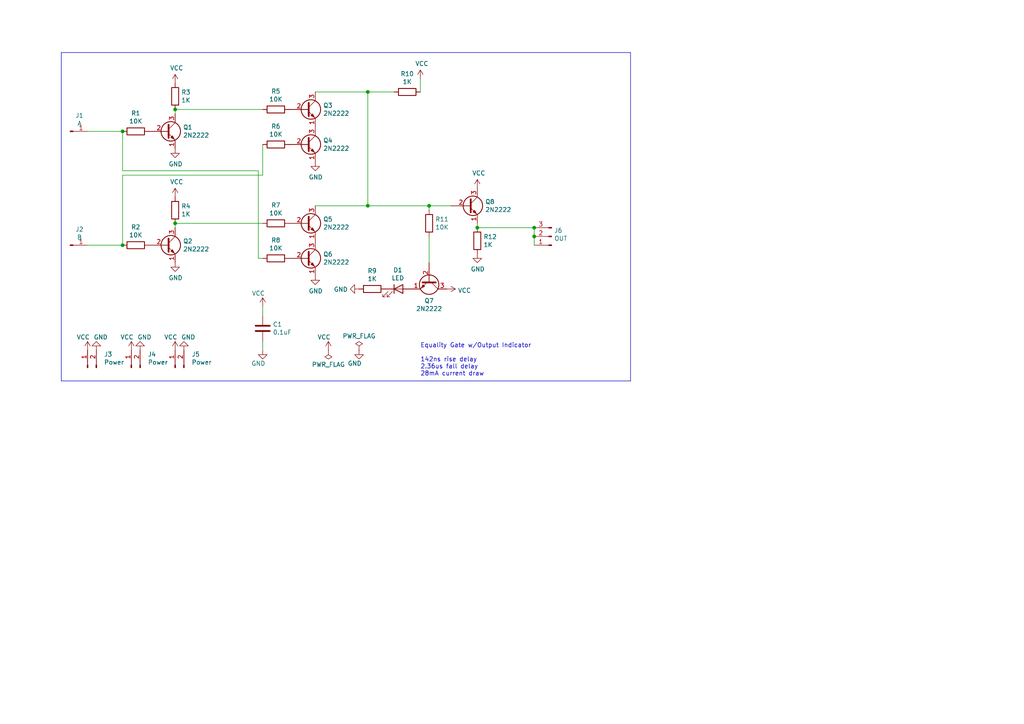
<source format=kicad_sch>
(kicad_sch (version 20230121) (generator eeschema)
  (paper "A4")
  (title_block (title "Transistor Equality Gate") (date "2020-01-12") (rev "1"))
  (lib_symbols
    (symbol "2n2222:2N2222" (pin_names (offset 0) hide)
      (property "Reference" "Q" (at 5.08 1.905 0))
      (property "Value" "2N2222" (at 5.08 0 0))
      (symbol "2N2222_0_1"
        (polyline (pts (xy 0.635 0.635) (xy 2.54 2.54)))
        (polyline (pts (xy 0.635 -0.635) (xy 2.54 -2.54) (xy 2.54 -2.54)))
        (polyline (pts (xy 0.635 1.905) (xy 0.635 -1.905) (xy 0.635 -1.905)) (stroke (width 0.508)))
        (polyline (pts (xy 1.27 -1.778) (xy 1.778 -1.27) (xy 2.286 -2.286) (xy 1.27 -1.778) (xy 1.27 -1.778)) (fill (type outline)))
        (circle (center 1.27 0) (radius 2.8194) (stroke (width 0.254)))
      )
      (symbol "2N2222_1_1"
        (pin passive line (at 2.54 -5.08 90) (length 2.54) (name "E") (number "1"))
        (pin passive line (at -5.08 0 0) (length 5.715) (name "B") (number "2"))
        (pin passive line (at 2.54 5.08 270) (length 2.54) (name "C") (number "3"))
      )
    )
    (symbol "Connector:Conn_01x01_Pin" (pin_names (offset 1.016) hide)
      (property "Reference" "J" (at 0 2.54 0))
      (property "Value" "Conn_01x01_Pin" (at 0 -2.54 0))
      (symbol "Conn_01x01_Pin_1_1"
        (polyline (pts (xy 1.27 0) (xy 0.8636 0)) (stroke (width 0.1524)))
        (rectangle (start 0.8636 0.127) (end 0 -0.127) (stroke (width 0.1524)) (fill (type outline)))
        (pin passive line (at 5.08 0 180) (length 3.81) (name "Pin_1") (number "1"))
      )
    )
    (symbol "Connector:Conn_01x02_Pin" (pin_names (offset 1.016) hide)
      (property "Reference" "J" (at 0 2.54 0))
      (property "Value" "Conn_01x02_Pin" (at 0 -5.08 0))
      (symbol "Conn_01x02_Pin_1_1"
        (polyline (pts (xy 1.27 -2.54) (xy 0.8636 -2.54)) (stroke (width 0.1524)))
        (polyline (pts (xy 1.27 0) (xy 0.8636 0)) (stroke (width 0.1524)))
        (rectangle (start 0.8636 -2.413) (end 0 -2.667) (stroke (width 0.1524)) (fill (type outline)))
        (rectangle (start 0.8636 0.127) (end 0 -0.127) (stroke (width 0.1524)) (fill (type outline)))
        (pin passive line (at 5.08 0 180) (length 3.81) (name "Pin_1") (number "1"))
        (pin passive line (at 5.08 -2.54 180) (length 3.81) (name "Pin_2") (number "2"))
      )
    )
    (symbol "Connector:Conn_01x03_Pin" (pin_names (offset 1.016) hide)
      (property "Reference" "J" (at 0 5.08 0))
      (property "Value" "Conn_01x03_Pin" (at 0 -5.08 0))
      (symbol "Conn_01x03_Pin_1_1"
        (polyline (pts (xy 1.27 -2.54) (xy 0.8636 -2.54)) (stroke (width 0.1524)))
        (polyline (pts (xy 1.27 0) (xy 0.8636 0)) (stroke (width 0.1524)))
        (polyline (pts (xy 1.27 2.54) (xy 0.8636 2.54)) (stroke (width 0.1524)))
        (rectangle (start 0.8636 -2.413) (end 0 -2.667) (stroke (width 0.1524)) (fill (type outline)))
        (rectangle (start 0.8636 0.127) (end 0 -0.127) (stroke (width 0.1524)) (fill (type outline)))
        (rectangle (start 0.8636 2.667) (end 0 2.413) (stroke (width 0.1524)) (fill (type outline)))
        (pin passive line (at 5.08 2.54 180) (length 3.81) (name "Pin_1") (number "1"))
        (pin passive line (at 5.08 0 180) (length 3.81) (name "Pin_2") (number "2"))
        (pin passive line (at 5.08 -2.54 180) (length 3.81) (name "Pin_3") (number "3"))
      )
    )
    (symbol "Device:C" (pin_numbers hide) (pin_names (offset 0.254))
      (property "Reference" "C" (at 0.635 2.54 0))
      (property "Value" "C" (at 0.635 -2.54 0))
      (symbol "C_0_1"
        (polyline (pts (xy -2.032 -0.762) (xy 2.032 -0.762)) (stroke (width 0.508)))
        (polyline (pts (xy -2.032 0.762) (xy 2.032 0.762)) (stroke (width 0.508)))
      )
      (symbol "C_1_1"
        (pin passive line (at 0 3.81 270) (length 2.794) (name "~") (number "1"))
        (pin passive line (at 0 -3.81 90) (length 2.794) (name "~") (number "2"))
      )
    )
    (symbol "Device:LED" (pin_numbers hide) (pin_names (offset 1.016) hide)
      (property "Reference" "D" (at 0 2.54 0))
      (property "Value" "LED" (at 0 -2.54 0))
      (symbol "LED_0_1"
        (polyline (pts (xy -1.27 -1.27) (xy -1.27 1.27)) (stroke (width 0.254)))
        (polyline (pts (xy -1.27 0) (xy 1.27 0)))
        (polyline (pts (xy 1.27 -1.27) (xy 1.27 1.27) (xy -1.27 0) (xy 1.27 -1.27)) (stroke (width 0.254)))
        (polyline (pts (xy -3.048 -0.762) (xy -4.572 -2.286) (xy -3.81 -2.286) (xy -4.572 -2.286) (xy -4.572 -1.524)))
        (polyline (pts (xy -1.778 -0.762) (xy -3.302 -2.286) (xy -2.54 -2.286) (xy -3.302 -2.286) (xy -3.302 -1.524)))
      )
      (symbol "LED_1_1"
        (pin passive line (at -3.81 0 0) (length 2.54) (name "K") (number "1"))
        (pin passive line (at 3.81 0 180) (length 2.54) (name "A") (number "2"))
      )
    )
    (symbol "Device:R" (pin_numbers hide) (pin_names (offset 0))
      (property "Reference" "R" (at 2.032 0 90))
      (property "Value" "R" (at 0 0 90))
      (symbol "R_0_1"
        (rectangle (start -1.016 -2.54) (end 1.016 2.54) (stroke (width 0.254)))
      )
      (symbol "R_1_1"
        (pin passive line (at 0 3.81 270) (length 1.27) (name "~") (number "1"))
        (pin passive line (at 0 -3.81 90) (length 1.27) (name "~") (number "2"))
      )
    )
    (symbol "power:GND" (power) (pin_names (offset 0))
      (property "Value" "GND" (at 0 -3.81 0))
      (symbol "GND_0_1"
        (polyline (pts (xy 0 0) (xy 0 -1.27) (xy 1.27 -1.27) (xy 0 -2.54) (xy -1.27 -1.27) (xy 0 -1.27)))
      )
      (symbol "GND_1_1"
        (pin power_in line (at 0 0 270) (length 0) hide (name "GND") (number "1"))
      )
    )
    (symbol "power:PWR_FLAG" (power) (pin_numbers hide) (pin_names (offset 0) hide)
      (property "Value" "PWR_FLAG" (at 0 3.81 0))
      (symbol "PWR_FLAG_0_0"
        (pin power_out line (at 0 0 90) (length 0) (name "pwr") (number "1"))
      )
      (symbol "PWR_FLAG_0_1"
        (polyline (pts (xy 0 0) (xy 0 1.27) (xy -1.016 1.905) (xy 0 2.54) (xy 1.016 1.905) (xy 0 1.27)))
      )
    )
    (symbol "power:VCC" (power) (pin_names (offset 0))
      (property "Value" "VCC" (at 0 3.81 0))
      (symbol "VCC_0_1"
        (polyline (pts (xy -0.762 1.27) (xy 0 2.54)))
        (polyline (pts (xy 0 0) (xy 0 2.54)))
        (polyline (pts (xy 0 2.54) (xy 0.762 1.27)))
      )
      (symbol "VCC_1_1"
        (pin power_in line (at 0 0 90) (length 0) hide (name "VCC") (number "1"))
      )
    )
  )
  (junction (at 106.68 59.69))
  (junction (at 138.43 66.04))
  (junction (at 50.8 64.77))
  (junction (at 124.46 59.69))
  (junction (at 154.94 68.58))
  (junction (at 35.56 38.1))
  (junction (at 50.8 31.75))
  (junction (at 35.56 71.12))
  (junction (at 154.94 66.04))
  (junction (at 106.68 26.67))
  (polyline (pts (xy 182.88 15.24) (xy 17.78 15.24)))
  (wire (pts (xy 25.4 71.12) (xy 35.56 71.12)))
  (wire (pts (xy 50.8 31.75) (xy 50.8 33.02)))
  (wire (pts (xy 76.2 101.6) (xy 76.2 99.06)))
  (wire (pts (xy 25.4 38.1) (xy 35.56 38.1)))
  (wire (pts (xy 121.92 26.67) (xy 121.92 22.86)))
  (wire (pts (xy 50.8 31.75) (xy 76.2 31.75)))
  (wire (pts (xy 74.93 74.93) (xy 76.2 74.93)))
  (polyline (pts (xy 17.78 110.49) (xy 182.88 110.49)))
  (wire (pts (xy 91.44 26.67) (xy 106.68 26.67)))
  (polyline (pts (xy 17.78 15.24) (xy 17.78 110.49)))
  (wire (pts (xy 138.43 66.04) (xy 154.94 66.04)))
  (wire (pts (xy 124.46 59.69) (xy 106.68 59.69)))
  (wire (pts (xy 124.46 59.69) (xy 130.81 59.69)))
  (wire (pts (xy 124.46 60.96) (xy 124.46 59.69)))
  (polyline (pts (xy 182.88 110.49) (xy 182.88 15.24)))
  (wire (pts (xy 76.2 91.44) (xy 76.2 88.9)))
  (wire (pts (xy 138.43 66.04) (xy 138.43 64.77)))
  (wire (pts (xy 154.94 66.04) (xy 154.94 68.58)))
  (wire (pts (xy 35.56 50.8) (xy 76.2 50.8)))
  (wire (pts (xy 106.68 26.67) (xy 106.68 59.69)))
  (wire (pts (xy 74.93 49.53) (xy 74.93 74.93)))
  (wire (pts (xy 76.2 50.8) (xy 76.2 41.91)))
  (wire (pts (xy 35.56 38.1) (xy 35.56 49.53)))
  (wire (pts (xy 50.8 64.77) (xy 50.8 66.04)))
  (wire (pts (xy 124.46 68.58) (xy 124.46 76.2)))
  (wire (pts (xy 154.94 71.12) (xy 154.94 68.58)))
  (wire (pts (xy 106.68 26.67) (xy 114.3 26.67)))
  (wire (pts (xy 91.44 59.69) (xy 106.68 59.69)))
  (wire (pts (xy 35.56 49.53) (xy 74.93 49.53)))
  (wire (pts (xy 76.2 64.77) (xy 50.8 64.77)))
  (wire (pts (xy 35.56 71.12) (xy 35.56 50.8)))
  (text "Equality Gate w/Output Indicator\n\n142ns rise delay\n2.36us fall delay\n28mA current draw" (at 121.92 109.22 0) (effects (font (size 1.27 1.27)) (justify left bottom)))
  (symbol (lib_id "Device:R") (at 50.8 27.94 0) (unit 1)
    (property "Reference" "R3" (at 52.578 26.7716 0) (effects (justify left)))
    (property "Value" "1K" (at 52.578 29.083 0) (effects (justify left)))
    (property "Footprint" "Resistor_THT:R_Axial_DIN0309_L9.0mm_D3.2mm_P12.70mm_Horizontal" (effects hide))
  )
  (symbol (lib_id "power:VCC") (at 50.8 24.13 0) (unit 1)
    (property "Reference" "#PWR05" (effects hide))
    (property "Value" "VCC" (at 51.2318 19.7358 0))
  )
  (symbol (lib_id "2n2222:2N2222") (at 48.26 38.1 0) (unit 1)
    (property "Reference" "Q1" (at 53.086 36.9316 0) (effects (justify left)))
    (property "Value" "2N2222" (at 53.086 39.243 0) (effects (justify left)))
    (property "Footprint" "Package_TO_SOT_THT:TO-92_Inline" (effects hide))
    (property "Datasheet" "https://www.fairchildsemi.com/datasheets/2N/2N3904.pdf" (effects hide))
  )
  (symbol (lib_id "power:GND") (at 50.8 43.18 0) (unit 1)
    (property "Reference" "#PWR06" (effects hide))
    (property "Value" "GND" (at 50.927 47.5742 0))
  )
  (symbol (lib_id "Device:R") (at 39.37 38.1 270) (unit 1)
    (property "Reference" "R1" (at 39.37 32.8422 90))
    (property "Value" "10K" (at 39.37 35.1536 90))
    (property "Footprint" "Resistor_THT:R_Axial_DIN0309_L9.0mm_D3.2mm_P12.70mm_Horizontal" (effects hide))
  )
  (symbol (lib_id "power:VCC") (at 50.8 57.15 0) (unit 1)
    (property "Reference" "#PWR07" (effects hide))
    (property "Value" "VCC" (at 51.2318 52.7558 0))
  )
  (symbol (lib_id "Device:R") (at 50.8 60.96 0) (unit 1)
    (property "Reference" "R4" (at 52.578 59.7916 0) (effects (justify left)))
    (property "Value" "1K" (at 52.578 62.103 0) (effects (justify left)))
    (property "Footprint" "Resistor_THT:R_Axial_DIN0309_L9.0mm_D3.2mm_P12.70mm_Horizontal" (effects hide))
  )
  (symbol (lib_id "2n2222:2N2222") (at 48.26 71.12 0) (unit 1)
    (property "Reference" "Q2" (at 53.086 69.9516 0) (effects (justify left)))
    (property "Value" "2N2222" (at 53.086 72.263 0) (effects (justify left)))
    (property "Footprint" "Package_TO_SOT_THT:TO-92_Inline" (effects hide))
    (property "Datasheet" "https://www.fairchildsemi.com/datasheets/2N/2N3904.pdf" (effects hide))
  )
  (symbol (lib_id "Device:R") (at 39.37 71.12 270) (unit 1)
    (property "Reference" "R2" (at 39.37 65.8622 90))
    (property "Value" "10K" (at 39.37 68.1736 90))
    (property "Footprint" "Resistor_THT:R_Axial_DIN0309_L9.0mm_D3.2mm_P12.70mm_Horizontal" (effects hide))
  )
  (symbol (lib_id "power:GND") (at 50.8 76.2 0) (unit 1)
    (property "Reference" "#PWR08" (effects hide))
    (property "Value" "GND" (at 50.927 80.5942 0))
  )
  (symbol (lib_id "Connector:Conn_01x01_Pin") (at 20.32 38.1 0) (unit 1)
    (property "Reference" "J1" (at 23.0632 33.5026 0))
    (property "Value" "A" (at 23.0632 35.814 0))
    (property "Footprint" "Connector_PinHeader_2.54mm:PinHeader_1x01_P2.54mm_Vertical" (effects hide))
  )
  (symbol (lib_id "Connector:Conn_01x01_Pin") (at 20.32 71.12 0) (unit 1)
    (property "Reference" "J2" (at 23.0632 66.5226 0))
    (property "Value" "B" (at 23.0632 68.834 0))
    (property "Footprint" "Connector_PinHeader_2.54mm:PinHeader_1x01_P2.54mm_Vertical" (effects hide))
  )
  (symbol (lib_id "Device:R") (at 80.01 31.75 270) (unit 1)
    (property "Reference" "R5" (at 80.01 26.4922 90))
    (property "Value" "10K" (at 80.01 28.8036 90))
    (property "Footprint" "Resistor_THT:R_Axial_DIN0309_L9.0mm_D3.2mm_P12.70mm_Horizontal" (effects hide))
  )
  (symbol (lib_id "Device:R") (at 80.01 64.77 270) (unit 1)
    (property "Reference" "R7" (at 80.01 59.5122 90))
    (property "Value" "10K" (at 80.01 61.8236 90))
    (property "Footprint" "Resistor_THT:R_Axial_DIN0309_L9.0mm_D3.2mm_P12.70mm_Horizontal" (effects hide))
  )
  (symbol (lib_id "2n2222:2N2222") (at 88.9 31.75 0) (unit 1)
    (property "Reference" "Q3" (at 93.726 30.5816 0) (effects (justify left)))
    (property "Value" "2N2222" (at 93.726 32.893 0) (effects (justify left)))
    (property "Footprint" "Package_TO_SOT_THT:TO-92_Inline" (effects hide))
    (property "Datasheet" "https://www.fairchildsemi.com/datasheets/2N/2N3904.pdf" (effects hide))
  )
  (symbol (lib_id "2n2222:2N2222") (at 88.9 41.91 0) (unit 1)
    (property "Reference" "Q4" (at 93.726 40.7416 0) (effects (justify left)))
    (property "Value" "2N2222" (at 93.726 43.053 0) (effects (justify left)))
    (property "Footprint" "Package_TO_SOT_THT:TO-92_Inline" (effects hide))
    (property "Datasheet" "https://www.fairchildsemi.com/datasheets/2N/2N3904.pdf" (effects hide))
  )
  (symbol (lib_id "Device:R") (at 80.01 41.91 270) (unit 1)
    (property "Reference" "R6" (at 80.01 36.6522 90))
    (property "Value" "10K" (at 80.01 38.9636 90))
    (property "Footprint" "Resistor_THT:R_Axial_DIN0309_L9.0mm_D3.2mm_P12.70mm_Horizontal" (effects hide))
  )
  (symbol (lib_id "2n2222:2N2222") (at 88.9 64.77 0) (unit 1)
    (property "Reference" "Q5" (at 93.726 63.6016 0) (effects (justify left)))
    (property "Value" "2N2222" (at 93.726 65.913 0) (effects (justify left)))
    (property "Footprint" "Package_TO_SOT_THT:TO-92_Inline" (effects hide))
    (property "Datasheet" "https://www.fairchildsemi.com/datasheets/2N/2N3904.pdf" (effects hide))
  )
  (symbol (lib_id "2n2222:2N2222") (at 88.9 74.93 0) (unit 1)
    (property "Reference" "Q6" (at 93.726 73.7616 0) (effects (justify left)))
    (property "Value" "2N2222" (at 93.726 76.073 0) (effects (justify left)))
    (property "Footprint" "Package_TO_SOT_THT:TO-92_Inline" (effects hide))
    (property "Datasheet" "https://www.fairchildsemi.com/datasheets/2N/2N3904.pdf" (effects hide))
  )
  (symbol (lib_id "Device:R") (at 80.01 74.93 270) (unit 1)
    (property "Reference" "R8" (at 80.01 69.6722 90))
    (property "Value" "10K" (at 80.01 71.9836 90))
    (property "Footprint" "Resistor_THT:R_Axial_DIN0309_L9.0mm_D3.2mm_P12.70mm_Horizontal" (effects hide))
  )
  (symbol (lib_id "power:GND") (at 91.44 46.99 0) (unit 1)
    (property "Reference" "#PWR013" (effects hide))
    (property "Value" "GND" (at 91.567 51.3842 0))
  )
  (symbol (lib_id "power:GND") (at 91.44 80.01 0) (unit 1)
    (property "Reference" "#PWR014" (effects hide))
    (property "Value" "GND" (at 91.567 84.4042 0))
  )
  (symbol (lib_id "Device:R") (at 118.11 26.67 270) (unit 1)
    (property "Reference" "R10" (at 118.11 21.4122 90))
    (property "Value" "1K" (at 118.11 23.7236 90))
    (property "Footprint" "Resistor_THT:R_Axial_DIN0309_L9.0mm_D3.2mm_P12.70mm_Horizontal" (effects hide))
  )
  (symbol (lib_id "power:VCC") (at 121.92 22.86 0) (unit 1)
    (property "Reference" "#PWR016" (effects hide))
    (property "Value" "VCC" (at 122.3518 18.4658 0))
  )
  (symbol (lib_id "Device:R") (at 124.46 64.77 180) (unit 1)
    (property "Reference" "R11" (at 126.238 63.6016 0) (effects (justify right)))
    (property "Value" "10K" (at 126.238 65.913 0) (effects (justify right)))
    (property "Footprint" "Resistor_THT:R_Axial_DIN0309_L9.0mm_D3.2mm_P12.70mm_Horizontal" (effects hide))
  )
  (symbol (lib_id "2n2222:2N2222") (at 135.89 59.69 0) (unit 1)
    (property "Reference" "Q8" (at 140.716 58.5216 0) (effects (justify left)))
    (property "Value" "2N2222" (at 140.716 60.833 0) (effects (justify left)))
    (property "Footprint" "Package_TO_SOT_THT:TO-92_Inline" (effects hide))
    (property "Datasheet" "https://www.fairchildsemi.com/datasheets/2N/2N3904.pdf" (effects hide))
  )
  (symbol (lib_id "power:VCC") (at 138.43 54.61 0) (unit 1)
    (property "Reference" "#PWR018" (effects hide))
    (property "Value" "VCC" (at 138.8618 50.2158 0))
  )
  (symbol (lib_id "Device:R") (at 138.43 69.85 180) (unit 1)
    (property "Reference" "R12" (at 140.208 68.6816 0) (effects (justify right)))
    (property "Value" "1K" (at 140.208 70.993 0) (effects (justify right)))
    (property "Footprint" "Resistor_THT:R_Axial_DIN0309_L9.0mm_D3.2mm_P12.70mm_Horizontal" (effects hide))
  )
  (symbol (lib_id "power:GND") (at 138.43 73.66 0) (unit 1)
    (property "Reference" "#PWR019" (effects hide))
    (property "Value" "GND" (at 138.557 78.0542 0))
  )
  (symbol (lib_id "Connector:Conn_01x03_Pin") (at 160.02 68.58 180) (unit 1)
    (property "Reference" "J6" (at 160.7312 66.8528 0) (effects (justify right)))
    (property "Value" "OUT" (at 160.7312 69.1642 0) (effects (justify right)))
    (property "Footprint" "Connector_PinHeader_2.54mm:PinHeader_1x03_P2.54mm_Vertical" (effects hide))
  )
  (symbol (lib_id "2n2222:2N2222") (at 124.46 81.28 270) (unit 1)
    (property "Reference" "Q7" (at 124.46 87.249 90))
    (property "Value" "2N2222" (at 124.46 89.5604 90))
    (property "Footprint" "Package_TO_SOT_THT:TO-92_Inline" (effects hide))
    (property "Datasheet" "https://www.fairchildsemi.com/datasheets/2N/2N3904.pdf" (effects hide))
  )
  (symbol (lib_id "power:VCC") (at 129.54 83.82 270) (unit 1)
    (property "Reference" "#PWR017" (effects hide))
    (property "Value" "VCC" (at 132.7912 84.2518 90) (effects (justify left)))
  )
  (symbol (lib_id "Device:LED") (at 115.57 83.82 0) (unit 1)
    (property "Reference" "D1" (at 115.3922 78.3336 0))
    (property "Value" "LED" (at 115.3922 80.645 0))
    (property "Footprint" "LED_THT:LED_D5.0mm" (effects hide))
  )
  (symbol (lib_id "Device:R") (at 107.95 83.82 270) (unit 1)
    (property "Reference" "R9" (at 107.95 78.5622 90))
    (property "Value" "1K" (at 107.95 80.8736 90))
    (property "Footprint" "Resistor_THT:R_Axial_DIN0309_L9.0mm_D3.2mm_P12.70mm_Horizontal" (effects hide))
  )
  (symbol (lib_id "power:GND") (at 104.14 83.82 270) (unit 1)
    (property "Reference" "#PWR015" (effects hide))
    (property "Value" "GND" (at 100.8888 83.947 90) (effects (justify right)))
  )
  (symbol (lib_id "power:GND") (at 27.94 101.6 180) (unit 1)
    (property "Reference" "#PWR02" (effects hide))
    (property "Value" "GND" (at 29.21 97.79 0))
  )
  (symbol (lib_id "power:VCC") (at 25.4 101.6 0) (unit 1)
    (property "Reference" "#PWR01" (effects hide))
    (property "Value" "VCC" (at 24.13 97.79 0))
  )
  (symbol (lib_id "Connector:Conn_01x02_Pin") (at 25.4 106.68 90) (unit 1)
    (property "Reference" "J3" (at 30.1752 102.7684 90) (effects (justify right)))
    (property "Value" "Power" (at 30.1752 105.0798 90) (effects (justify right)))
    (property "Footprint" "Connector_PinHeader_2.54mm:PinHeader_1x02_P2.54mm_Vertical" (effects hide))
  )
  (symbol (lib_id "Connector:Conn_01x02_Pin") (at 38.1 106.68 90) (unit 1)
    (property "Reference" "J4" (at 42.8752 102.7684 90) (effects (justify right)))
    (property "Value" "Power" (at 42.8752 105.0798 90) (effects (justify right)))
    (property "Footprint" "Connector_PinHeader_2.54mm:PinHeader_1x02_P2.54mm_Vertical" (effects hide))
  )
  (symbol (lib_id "Connector:Conn_01x02_Pin") (at 50.8 106.68 90) (unit 1)
    (property "Reference" "J5" (at 55.5752 102.7684 90) (effects (justify right)))
    (property "Value" "Power" (at 55.5752 105.0798 90) (effects (justify right)))
    (property "Footprint" "Connector_PinHeader_2.54mm:PinHeader_1x02_P2.54mm_Vertical" (effects hide))
  )
  (symbol (lib_id "power:VCC") (at 38.1 101.6 0) (unit 1)
    (property "Reference" "#PWR03" (effects hide))
    (property "Value" "VCC" (at 36.83 97.79 0))
  )
  (symbol (lib_id "power:GND") (at 40.64 101.6 180) (unit 1)
    (property "Reference" "#PWR04" (effects hide))
    (property "Value" "GND" (at 41.91 97.79 0))
  )
  (symbol (lib_id "power:GND") (at 53.34 101.6 180) (unit 1)
    (property "Reference" "#PWR010" (effects hide))
    (property "Value" "GND" (at 54.61 97.79 0))
  )
  (symbol (lib_id "power:VCC") (at 50.8 101.6 0) (unit 1)
    (property "Reference" "#PWR09" (effects hide))
    (property "Value" "VCC" (at 49.53 97.79 0))
  )
  (symbol (lib_id "power:VCC") (at 76.2 88.9 0) (unit 1)
    (property "Reference" "#PWR011" (effects hide))
    (property "Value" "VCC" (at 74.93 85.09 0))
  )
  (symbol (lib_id "power:GND") (at 76.2 101.6 0) (unit 1)
    (property "Reference" "#PWR012" (effects hide))
    (property "Value" "GND" (at 74.93 105.41 0))
  )
  (symbol (lib_id "Device:C") (at 76.2 95.25 0) (unit 1)
    (property "Reference" "C1" (at 79.121 94.0816 0) (effects (justify left)))
    (property "Value" "0.1uF" (at 79.121 96.393 0) (effects (justify left)))
    (property "Footprint" "Capacitor_THT:C_Disc_D4.3mm_W1.9mm_P5.00mm" (effects hide))
  )
  (symbol (lib_id "power:PWR_FLAG") (at 95.25 101.6 180) (unit 1)
    (property "Reference" "#FLG01" (effects hide))
    (property "Value" "PWR_FLAG" (at 95.25 105.7331 0))
  )
  (symbol (lib_id "power:VCC") (at 95.25 101.6 0) (unit 1)
    (property "Reference" "#PWR020" (effects hide))
    (property "Value" "VCC" (at 93.98 97.79 0))
  )
  (symbol (lib_id "power:GND") (at 104.14 101.6 0) (unit 1)
    (property "Reference" "#PWR021" (effects hide))
    (property "Value" "GND" (at 102.87 105.41 0))
  )
  (symbol (lib_id "power:PWR_FLAG") (at 104.14 101.6 0) (unit 1)
    (property "Reference" "#FLG02" (effects hide))
    (property "Value" "PWR_FLAG" (at 104.14 97.4669 0))
  )
)
</source>
